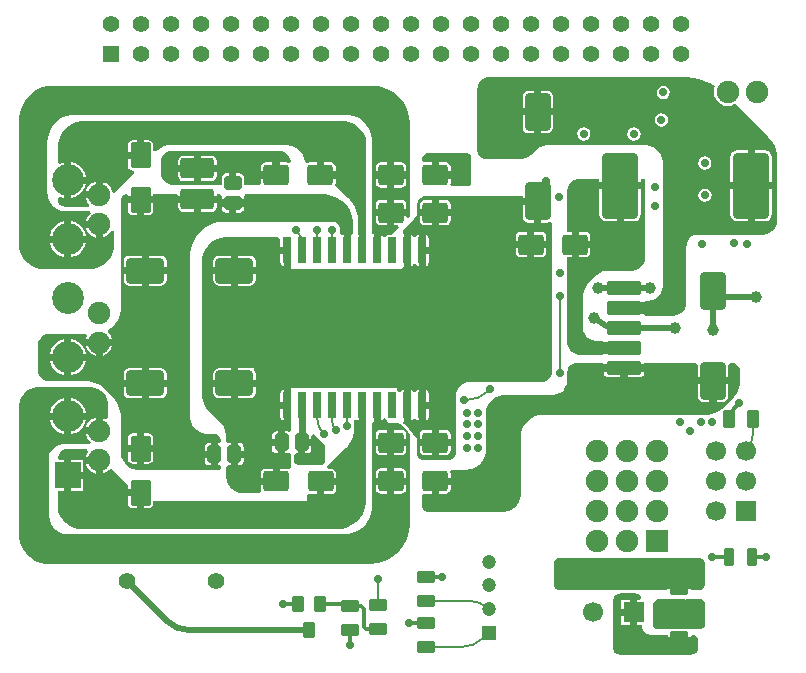
<source format=gtl>
G04 Layer_Physical_Order=1*
G04 Layer_Color=16776960*
%FSLAX43Y43*%
%MOMM*%
G71*
G01*
G75*
%ADD10C,0.200*%
%ADD11C,0.500*%
%ADD12C,1.000*%
%ADD13C,0.300*%
G04:AMPARAMS|DCode=14|XSize=1mm|YSize=1.4mm|CornerRadius=0.125mm|HoleSize=0mm|Usage=FLASHONLY|Rotation=0.000|XOffset=0mm|YOffset=0mm|HoleType=Round|Shape=RoundedRectangle|*
%AMROUNDEDRECTD14*
21,1,1.000,1.150,0,0,0.0*
21,1,0.750,1.400,0,0,0.0*
1,1,0.250,0.375,-0.575*
1,1,0.250,-0.375,-0.575*
1,1,0.250,-0.375,0.575*
1,1,0.250,0.375,0.575*
%
%ADD14ROUNDEDRECTD14*%
G04:AMPARAMS|DCode=15|XSize=1.5mm|YSize=1.5mm|CornerRadius=0.188mm|HoleSize=0mm|Usage=FLASHONLY|Rotation=180.000|XOffset=0mm|YOffset=0mm|HoleType=Round|Shape=RoundedRectangle|*
%AMROUNDEDRECTD15*
21,1,1.500,1.125,0,0,180.0*
21,1,1.125,1.500,0,0,180.0*
1,1,0.375,-0.563,0.563*
1,1,0.375,0.563,0.563*
1,1,0.375,0.563,-0.563*
1,1,0.375,-0.563,-0.563*
%
%ADD15ROUNDEDRECTD15*%
G04:AMPARAMS|DCode=16|XSize=1.53mm|YSize=1.02mm|CornerRadius=0.128mm|HoleSize=0mm|Usage=FLASHONLY|Rotation=270.000|XOffset=0mm|YOffset=0mm|HoleType=Round|Shape=RoundedRectangle|*
%AMROUNDEDRECTD16*
21,1,1.530,0.765,0,0,270.0*
21,1,1.275,1.020,0,0,270.0*
1,1,0.255,-0.383,-0.637*
1,1,0.255,-0.383,0.637*
1,1,0.255,0.383,0.637*
1,1,0.255,0.383,-0.637*
%
%ADD16ROUNDEDRECTD16*%
G04:AMPARAMS|DCode=17|XSize=1.53mm|YSize=1.02mm|CornerRadius=0.128mm|HoleSize=0mm|Usage=FLASHONLY|Rotation=180.000|XOffset=0mm|YOffset=0mm|HoleType=Round|Shape=RoundedRectangle|*
%AMROUNDEDRECTD17*
21,1,1.530,0.765,0,0,180.0*
21,1,1.275,1.020,0,0,180.0*
1,1,0.255,-0.637,0.383*
1,1,0.255,0.637,0.383*
1,1,0.255,0.637,-0.383*
1,1,0.255,-0.637,-0.383*
%
%ADD17ROUNDEDRECTD17*%
G04:AMPARAMS|DCode=18|XSize=1.76mm|YSize=2.82mm|CornerRadius=0.22mm|HoleSize=0mm|Usage=FLASHONLY|Rotation=270.000|XOffset=0mm|YOffset=0mm|HoleType=Round|Shape=RoundedRectangle|*
%AMROUNDEDRECTD18*
21,1,1.760,2.380,0,0,270.0*
21,1,1.320,2.820,0,0,270.0*
1,1,0.440,-1.190,-0.660*
1,1,0.440,-1.190,0.660*
1,1,0.440,1.190,0.660*
1,1,0.440,1.190,-0.660*
%
%ADD18ROUNDEDRECTD18*%
G04:AMPARAMS|DCode=19|XSize=2.12mm|YSize=3.2mm|CornerRadius=0.265mm|HoleSize=0mm|Usage=FLASHONLY|Rotation=180.000|XOffset=0mm|YOffset=0mm|HoleType=Round|Shape=RoundedRectangle|*
%AMROUNDEDRECTD19*
21,1,2.120,2.670,0,0,180.0*
21,1,1.590,3.200,0,0,180.0*
1,1,0.530,-0.795,1.335*
1,1,0.530,0.795,1.335*
1,1,0.530,0.795,-1.335*
1,1,0.530,-0.795,-1.335*
%
%ADD19ROUNDEDRECTD19*%
G04:AMPARAMS|DCode=20|XSize=1.21mm|YSize=1.46mm|CornerRadius=0.151mm|HoleSize=0mm|Usage=FLASHONLY|Rotation=0.000|XOffset=0mm|YOffset=0mm|HoleType=Round|Shape=RoundedRectangle|*
%AMROUNDEDRECTD20*
21,1,1.210,1.157,0,0,0.0*
21,1,0.907,1.460,0,0,0.0*
1,1,0.302,0.454,-0.579*
1,1,0.302,-0.454,-0.579*
1,1,0.302,-0.454,0.579*
1,1,0.302,0.454,0.579*
%
%ADD20ROUNDEDRECTD20*%
G04:AMPARAMS|DCode=21|XSize=1.74mm|YSize=2.17mm|CornerRadius=0.218mm|HoleSize=0mm|Usage=FLASHONLY|Rotation=270.000|XOffset=0mm|YOffset=0mm|HoleType=Round|Shape=RoundedRectangle|*
%AMROUNDEDRECTD21*
21,1,1.740,1.735,0,0,270.0*
21,1,1.305,2.170,0,0,270.0*
1,1,0.435,-0.868,-0.652*
1,1,0.435,-0.868,0.652*
1,1,0.435,0.868,0.652*
1,1,0.435,0.868,-0.652*
%
%ADD21ROUNDEDRECTD21*%
G04:AMPARAMS|DCode=22|XSize=2.12mm|YSize=3.2mm|CornerRadius=0.265mm|HoleSize=0mm|Usage=FLASHONLY|Rotation=90.000|XOffset=0mm|YOffset=0mm|HoleType=Round|Shape=RoundedRectangle|*
%AMROUNDEDRECTD22*
21,1,2.120,2.670,0,0,90.0*
21,1,1.590,3.200,0,0,90.0*
1,1,0.530,1.335,0.795*
1,1,0.530,1.335,-0.795*
1,1,0.530,-1.335,-0.795*
1,1,0.530,-1.335,0.795*
%
%ADD22ROUNDEDRECTD22*%
G04:AMPARAMS|DCode=23|XSize=1.21mm|YSize=1.46mm|CornerRadius=0.151mm|HoleSize=0mm|Usage=FLASHONLY|Rotation=270.000|XOffset=0mm|YOffset=0mm|HoleType=Round|Shape=RoundedRectangle|*
%AMROUNDEDRECTD23*
21,1,1.210,1.157,0,0,270.0*
21,1,0.907,1.460,0,0,270.0*
1,1,0.302,-0.579,-0.454*
1,1,0.302,-0.579,0.454*
1,1,0.302,0.579,0.454*
1,1,0.302,0.579,-0.454*
%
%ADD23ROUNDEDRECTD23*%
G04:AMPARAMS|DCode=24|XSize=0.91mm|YSize=1.46mm|CornerRadius=0.114mm|HoleSize=0mm|Usage=FLASHONLY|Rotation=180.000|XOffset=0mm|YOffset=0mm|HoleType=Round|Shape=RoundedRectangle|*
%AMROUNDEDRECTD24*
21,1,0.910,1.232,0,0,180.0*
21,1,0.683,1.460,0,0,180.0*
1,1,0.228,-0.341,0.616*
1,1,0.228,0.341,0.616*
1,1,0.228,0.341,-0.616*
1,1,0.228,-0.341,-0.616*
%
%ADD24ROUNDEDRECTD24*%
G04:AMPARAMS|DCode=25|XSize=1.19mm|YSize=2.96mm|CornerRadius=0.149mm|HoleSize=0mm|Usage=FLASHONLY|Rotation=90.000|XOffset=0mm|YOffset=0mm|HoleType=Round|Shape=RoundedRectangle|*
%AMROUNDEDRECTD25*
21,1,1.190,2.663,0,0,90.0*
21,1,0.892,2.960,0,0,90.0*
1,1,0.297,1.331,0.446*
1,1,0.297,1.331,-0.446*
1,1,0.297,-1.331,-0.446*
1,1,0.297,-1.331,0.446*
%
%ADD25ROUNDEDRECTD25*%
G04:AMPARAMS|DCode=26|XSize=7.28mm|YSize=6.84mm|CornerRadius=0.855mm|HoleSize=0mm|Usage=FLASHONLY|Rotation=270.000|XOffset=0mm|YOffset=0mm|HoleType=Round|Shape=RoundedRectangle|*
%AMROUNDEDRECTD26*
21,1,7.280,5.130,0,0,270.0*
21,1,5.570,6.840,0,0,270.0*
1,1,1.710,-2.565,-2.785*
1,1,1.710,-2.565,2.785*
1,1,1.710,2.565,2.785*
1,1,1.710,2.565,-2.785*
%
%ADD26ROUNDEDRECTD26*%
G04:AMPARAMS|DCode=27|XSize=0.71mm|YSize=2.19mm|CornerRadius=0.089mm|HoleSize=0mm|Usage=FLASHONLY|Rotation=0.000|XOffset=0mm|YOffset=0mm|HoleType=Round|Shape=RoundedRectangle|*
%AMROUNDEDRECTD27*
21,1,0.710,2.013,0,0,0.0*
21,1,0.532,2.190,0,0,0.0*
1,1,0.177,0.266,-1.006*
1,1,0.177,-0.266,-1.006*
1,1,0.177,-0.266,1.006*
1,1,0.177,0.266,1.006*
%
%ADD27ROUNDEDRECTD27*%
%ADD28R,16.650X6.350*%
G04:AMPARAMS|DCode=29|XSize=1.74mm|YSize=2.17mm|CornerRadius=0.218mm|HoleSize=0mm|Usage=FLASHONLY|Rotation=0.000|XOffset=0mm|YOffset=0mm|HoleType=Round|Shape=RoundedRectangle|*
%AMROUNDEDRECTD29*
21,1,1.740,1.735,0,0,0.0*
21,1,1.305,2.170,0,0,0.0*
1,1,0.435,0.652,-0.868*
1,1,0.435,-0.652,-0.868*
1,1,0.435,-0.652,0.868*
1,1,0.435,0.652,0.868*
%
%ADD29ROUNDEDRECTD29*%
G04:AMPARAMS|DCode=30|XSize=3.1mm|YSize=5.6mm|CornerRadius=0.388mm|HoleSize=0mm|Usage=FLASHONLY|Rotation=0.000|XOffset=0mm|YOffset=0mm|HoleType=Round|Shape=RoundedRectangle|*
%AMROUNDEDRECTD30*
21,1,3.100,4.825,0,0,0.0*
21,1,2.325,5.600,0,0,0.0*
1,1,0.775,1.163,-2.413*
1,1,0.775,-1.163,-2.413*
1,1,0.775,-1.163,2.413*
1,1,0.775,1.163,2.413*
%
%ADD30ROUNDEDRECTD30*%
%ADD31C,1.500*%
%ADD32C,0.600*%
%ADD33C,2.000*%
%ADD34C,1.900*%
%ADD35C,1.700*%
%ADD36R,1.700X1.700*%
%ADD37R,1.700X1.700*%
%ADD38C,1.400*%
%ADD39R,1.400X1.400*%
%ADD40R,1.900X1.900*%
%ADD41C,2.700*%
%ADD42R,2.200X2.200*%
%ADD43C,1.200*%
%ADD44R,1.200X1.200*%
%ADD45C,0.700*%
%ADD46C,1.000*%
G36*
X30981Y48444D02*
X31394Y48334D01*
X31788Y48171D01*
X32157Y47957D01*
X32496Y47697D01*
X32798Y47396D01*
X33057Y47057D01*
X33271Y46688D01*
X33434Y46294D01*
X33544Y45881D01*
X33600Y45458D01*
X33600Y45245D01*
X33600Y45245D01*
X33600Y45245D01*
Y37428D01*
X33458Y37286D01*
X33273Y37363D01*
Y37440D01*
X32280D01*
Y36662D01*
X32573D01*
X32649Y36477D01*
X32022Y35851D01*
X31809D01*
X31696Y35828D01*
X31601Y35764D01*
X31545Y35681D01*
X31449Y35669D01*
X31431D01*
X31335Y35681D01*
X31279Y35764D01*
X31184Y35828D01*
X31105Y35844D01*
Y34550D01*
X30505D01*
Y35918D01*
X30434Y35969D01*
X30400Y36027D01*
X30400Y43800D01*
X30389Y44016D01*
X30305Y44439D01*
X30140Y44837D01*
X29901Y45196D01*
X29596Y45501D01*
X29237Y45740D01*
X28839Y45905D01*
X28416Y45989D01*
X28200Y46000D01*
X28200Y46000D01*
X28200Y46000D01*
X5122Y46000D01*
X4904Y45989D01*
X4477Y45904D01*
X4074Y45738D01*
X3712Y45496D01*
X3404Y45188D01*
X3162Y44826D01*
X2996Y44423D01*
X2911Y43996D01*
X2900Y43778D01*
X2900Y43778D01*
X2900Y43778D01*
X2900Y39423D01*
X2908Y39270D01*
X2967Y38970D01*
X3084Y38687D01*
X3254Y38433D01*
X3470Y38217D01*
X3725Y38047D01*
X4007Y37930D01*
X4307Y37870D01*
X4460Y37862D01*
X6504Y37862D01*
X6572Y37662D01*
X6452Y37570D01*
X6268Y37330D01*
X6152Y37050D01*
X6152Y37050D01*
X7272D01*
Y36750D01*
X7572D01*
Y35630D01*
X7572Y35630D01*
X7852Y35745D01*
X8092Y35930D01*
X8277Y36170D01*
X8300Y36226D01*
X8500Y36186D01*
X8500Y34967D01*
X8500Y34774D01*
X8424Y34393D01*
X8276Y34035D01*
X8061Y33713D01*
X7787Y33439D01*
X7465Y33224D01*
X7107Y33076D01*
X6726Y33000D01*
X6533Y33000D01*
Y33000D01*
X6533Y33000D01*
X2516Y33000D01*
X2318Y33000D01*
X1930Y33077D01*
X1564Y33229D01*
X1235Y33449D01*
X954Y33729D01*
X734Y34058D01*
X583Y34424D01*
X506Y34813D01*
X506Y35011D01*
X506Y45592D01*
Y45782D01*
X555Y46160D01*
X654Y46529D01*
X800Y46881D01*
X990Y47211D01*
X1223Y47513D01*
X1492Y47783D01*
X1795Y48015D01*
X2125Y48206D01*
X2477Y48352D01*
X2845Y48450D01*
X3223Y48500D01*
X3414Y48500D01*
X3414Y48500D01*
X30345Y48500D01*
X30558Y48500D01*
X30981Y48444D01*
D02*
G37*
G36*
X13479Y43000D02*
X22500Y43000D01*
X22500Y43000D01*
X22500Y43000D01*
X22500D01*
X22684Y42983D01*
X22788Y42962D01*
X22967Y42888D01*
X23128Y42780D01*
X23265Y42643D01*
X23373Y42482D01*
X23447Y42303D01*
X23485Y42112D01*
Y42087D01*
X23340Y41990D01*
X23285Y41980D01*
X23275Y41986D01*
X23112Y42018D01*
X22545D01*
Y40940D01*
X22245D01*
Y40640D01*
X20952D01*
Y40288D01*
X20953Y40280D01*
X20827Y40125D01*
X19537D01*
Y40710D01*
X19510Y40847D01*
X19432Y40963D01*
X19316Y41041D01*
X19179Y41068D01*
X18900D01*
Y40256D01*
X18300D01*
Y41068D01*
X18021D01*
X17884Y41041D01*
X17768Y40963D01*
X17690Y40847D01*
X17663Y40710D01*
Y40125D01*
X13518Y40125D01*
X13418D01*
X13222Y40164D01*
X13038Y40240D01*
X12872Y40351D01*
X12731Y40492D01*
X12620Y40658D01*
X12544Y40842D01*
X12505Y41038D01*
X12505Y41138D01*
X12505Y42026D01*
X12505Y42026D01*
X12524Y42218D01*
X12542Y42310D01*
X12616Y42487D01*
X12722Y42647D01*
X12858Y42783D01*
X13018Y42889D01*
X13195Y42963D01*
X13383Y43000D01*
X13479Y43000D01*
D02*
G37*
G36*
X53500Y34036D02*
X53500Y33919D01*
X53454Y33690D01*
X53365Y33474D01*
X53235Y33280D01*
X53070Y33115D01*
X52876Y32985D01*
X52660Y32895D01*
X52431Y32850D01*
X52314Y32850D01*
X50431D01*
X50270Y32842D01*
X49953Y32779D01*
X49655Y32656D01*
X49418Y32497D01*
X49406Y32489D01*
X49406Y32489D01*
X49387Y32476D01*
X49268Y32368D01*
X49267Y32368D01*
X49267Y32368D01*
X49128Y32229D01*
X48801Y31902D01*
X48673Y31761D01*
X48462Y31445D01*
X48317Y31094D01*
X48244Y30726D01*
X48242Y30721D01*
X48233Y30531D01*
X48233D01*
X48233Y30531D01*
X48233Y28067D01*
X48239Y27953D01*
X48283Y27728D01*
X48371Y27517D01*
X48498Y27327D01*
X48660Y27165D01*
X48850Y27038D01*
X49061Y26950D01*
X49286Y26906D01*
X49400Y26900D01*
X49855Y26900D01*
X49977Y26792D01*
X50028Y26700D01*
Y26600D01*
X51715D01*
Y26000D01*
X50028D01*
Y25854D01*
X49855Y25700D01*
X48000Y25700D01*
X47892Y25700D01*
X47679Y25742D01*
X47479Y25825D01*
X47299Y25946D01*
X47146Y26099D01*
X47025Y26279D01*
X46942Y26479D01*
X46900Y26692D01*
X46900Y26800D01*
X46900Y33961D01*
X47280D01*
Y35039D01*
Y36117D01*
X46900D01*
X46900Y39524D01*
X46900Y39634D01*
X46943Y39849D01*
X47027Y40053D01*
X47149Y40235D01*
X47305Y40391D01*
X47488Y40513D01*
X47691Y40597D01*
X47907Y40640D01*
X48017Y40640D01*
X48017Y40640D01*
X49618Y40640D01*
Y40325D01*
X53142D01*
Y40640D01*
X53500D01*
X53500Y34036D01*
D02*
G37*
G36*
X38603Y42731D02*
X38731Y42604D01*
X38800Y42437D01*
Y42347D01*
X38800D01*
X38800Y40424D01*
X38800Y40333D01*
X38730Y40164D01*
X38601Y40035D01*
X38524Y40003D01*
X38341Y39965D01*
X38341Y39965D01*
Y39965D01*
X37135Y39965D01*
X37084Y40026D01*
X37009Y40165D01*
X37033Y40288D01*
Y40640D01*
X35740D01*
Y40940D01*
X35440D01*
Y42018D01*
X34872D01*
X34805Y42005D01*
X34605Y42138D01*
Y42391D01*
X34683Y42579D01*
X34826Y42722D01*
X35014Y42800D01*
X35116D01*
X35116Y42800D01*
X38347Y42800D01*
X38437Y42800D01*
X38603Y42731D01*
D02*
G37*
G36*
X26200Y39300D02*
X26200Y39300D01*
X26456Y39300D01*
X26958Y39200D01*
X27431Y39004D01*
X27857Y38720D01*
X28219Y38357D01*
X28504Y37932D01*
X28700Y37458D01*
X28800Y36956D01*
X28800Y35964D01*
X28744Y35916D01*
X28600Y35837D01*
X28565Y35844D01*
Y34550D01*
X27965D01*
Y35844D01*
X27900Y35831D01*
X27880Y35832D01*
X27700Y35944D01*
Y36298D01*
X27700Y36298D01*
X27700Y36298D01*
X27700Y36299D01*
X27697Y36367D01*
X27670Y36502D01*
X27617Y36629D01*
X27541Y36743D01*
X27443Y36841D01*
X27329Y36917D01*
X27202Y36970D01*
X27067Y36997D01*
X26998Y37000D01*
X17931Y37000D01*
X17931Y37000D01*
X17739Y36994D01*
X17359Y36944D01*
X16988Y36844D01*
X16634Y36697D01*
X16301Y36506D01*
X15997Y36272D01*
X15726Y36001D01*
X15492Y35696D01*
X15300Y35364D01*
X15153Y35009D01*
X15054Y34639D01*
X15004Y34258D01*
X14998Y34066D01*
Y20502D01*
X15005Y20357D01*
X15061Y20071D01*
X15173Y19803D01*
X15335Y19560D01*
X15540Y19355D01*
X15782Y19193D01*
X16051Y19082D01*
X16337Y19025D01*
X16482Y19018D01*
X17017Y19018D01*
X17018Y19017D01*
X17018Y19017D01*
X17019D01*
X17201Y18991D01*
X17361Y18925D01*
X17532Y18755D01*
X17624Y18532D01*
X17624Y18411D01*
X17524Y18296D01*
X17424Y18237D01*
X17319D01*
Y17300D01*
Y16363D01*
X17473D01*
X17624Y16189D01*
Y16141D01*
X17482Y16000D01*
X14600Y16000D01*
X10600Y16000D01*
X10452D01*
X10162Y16058D01*
X9889Y16171D01*
X9644Y16335D01*
X9435Y16544D01*
X9271Y16790D01*
X9158Y17062D01*
X9100Y17352D01*
X9100Y17500D01*
Y20484D01*
X9100Y20484D01*
X9100Y20484D01*
X9088Y20725D01*
X8994Y21196D01*
X8810Y21640D01*
X8543Y22040D01*
X8382Y22218D01*
X7885Y22715D01*
X7885Y22715D01*
X7885Y22715D01*
X7879Y22721D01*
X7789Y22806D01*
X7743Y22844D01*
X7586Y22973D01*
X7368Y23119D01*
X7136Y23243D01*
X6893Y23343D01*
X6641Y23420D01*
X6383Y23471D01*
X6122Y23497D01*
X5990Y23500D01*
X3100Y23500D01*
X3001Y23500D01*
X2808Y23538D01*
X2626Y23614D01*
X2462Y23723D01*
X2323Y23863D01*
X2214Y24026D01*
X2138Y24208D01*
X2100Y24402D01*
X2100Y24500D01*
Y26500D01*
X2100Y26599D01*
X2138Y26792D01*
X2214Y26974D01*
X2323Y27138D01*
X2462Y27277D01*
X2626Y27386D01*
X2808Y27462D01*
X3001Y27500D01*
X3100Y27500D01*
X6176Y27500D01*
X6255Y27300D01*
X6152Y27050D01*
X6152Y27050D01*
X8393D01*
X8393Y27050D01*
X8277Y27330D01*
X8092Y27570D01*
X8044Y27607D01*
X8052Y27853D01*
X8283Y28007D01*
X8593Y28317D01*
X8836Y28681D01*
X9004Y29086D01*
X9089Y29515D01*
X9100Y29735D01*
X9100Y38775D01*
X9100Y38775D01*
X9134Y38961D01*
X9180Y39072D01*
X9328Y39220D01*
X9521Y39300D01*
X9625Y39300D01*
X9707Y39218D01*
Y39130D01*
X10785D01*
X11863D01*
Y39300D01*
X13840Y39300D01*
X13939Y39201D01*
X15600D01*
X17218D01*
Y39300D01*
X17545Y39300D01*
X17588Y39258D01*
X17679Y39100D01*
X17663Y39020D01*
Y38866D01*
X18600D01*
X19537D01*
Y39020D01*
X19521Y39100D01*
X19612Y39258D01*
X19655Y39300D01*
X26200Y39300D01*
X26200Y39300D01*
D02*
G37*
G36*
X40200Y49200D02*
X56851Y49200D01*
X56851Y49200D01*
X56851Y49200D01*
X57094Y49200D01*
X57578Y49152D01*
X58055Y49058D01*
X58520Y48917D01*
X58969Y48731D01*
X59397Y48502D01*
X59457Y48461D01*
X59360Y48225D01*
X59320Y47925D01*
X59360Y47625D01*
X59475Y47345D01*
X59660Y47105D01*
X59900Y46920D01*
X60180Y46805D01*
X60480Y46765D01*
X60780Y46805D01*
X61060Y46920D01*
X61128Y46972D01*
X63805Y44295D01*
X63805Y44295D01*
X63805Y44295D01*
X63807Y44293D01*
X63936Y44160D01*
X64125Y43930D01*
X64306Y43660D01*
X64458Y43374D01*
X64582Y43075D01*
X64677Y42764D01*
X64694Y42676D01*
Y36803D01*
X64610Y36600D01*
X64455Y36368D01*
X64258Y36171D01*
X64026Y36015D01*
X63768Y35909D01*
X63494Y35854D01*
X63354Y35854D01*
X57915Y35854D01*
X57915Y35854D01*
X57826Y35850D01*
X57650Y35815D01*
X57484Y35746D01*
X57335Y35646D01*
X57208Y35519D01*
X57108Y35370D01*
X57039Y35204D01*
X57004Y35028D01*
X57000Y34939D01*
X57000Y30200D01*
X57000D01*
X57000Y30082D01*
X56954Y29850D01*
X56863Y29632D01*
X56732Y29435D01*
X56565Y29268D01*
X56368Y29137D01*
X56150Y29046D01*
X55918Y29000D01*
X53537D01*
X53503Y29025D01*
X53391Y29200D01*
X53402Y29254D01*
Y29400D01*
X51715D01*
Y30000D01*
X53402D01*
Y30146D01*
X53575Y30300D01*
X53731Y30300D01*
X53731Y30300D01*
X53731Y30300D01*
X53855Y30306D01*
X53923Y30319D01*
X54099Y30355D01*
X54329Y30450D01*
X54536Y30588D01*
X54712Y30764D01*
X54850Y30971D01*
X54945Y31201D01*
X54994Y31445D01*
X55000Y31569D01*
X55000Y41900D01*
X55000D01*
X54992Y42053D01*
X54933Y42352D01*
X54816Y42634D01*
X54646Y42888D01*
X54431Y43104D01*
X54177Y43274D01*
X53895Y43390D01*
X53595Y43450D01*
X53443Y43457D01*
X45309Y43457D01*
X45309Y43457D01*
X45162Y43450D01*
X44873Y43393D01*
X44601Y43280D01*
X44356Y43116D01*
X44246Y43017D01*
X43926Y42696D01*
X43925Y42696D01*
X43831Y42602D01*
X43610Y42454D01*
X43363Y42352D01*
X43102Y42300D01*
X42969Y42300D01*
X40075Y42300D01*
X39999Y42300D01*
X39849Y42330D01*
X39708Y42388D01*
X39581Y42473D01*
X39473Y42581D01*
X39388Y42708D01*
X39330Y42849D01*
X39300Y42999D01*
Y43075D01*
X39300Y43300D01*
X39300Y48300D01*
X39300Y48300D01*
X39311Y48406D01*
X39320Y48492D01*
X39335Y48562D01*
X39402Y48726D01*
X39501Y48874D01*
X39626Y48999D01*
X39774Y49098D01*
X39937Y49165D01*
X40111Y49200D01*
X40200Y49200D01*
D02*
G37*
G36*
X28448Y45421D02*
X28823Y45266D01*
X29159Y45041D01*
X29446Y44754D01*
X29671Y44418D01*
X29826Y44043D01*
X29905Y43646D01*
X29905Y43444D01*
X29905Y43444D01*
X29905Y43444D01*
X29905Y36034D01*
X29874Y35979D01*
X29835Y35943D01*
Y34550D01*
X29235D01*
Y35878D01*
X29180Y35924D01*
X29180Y37052D01*
X29176Y37185D01*
X29150Y37450D01*
X29098Y37712D01*
X29021Y37967D01*
X28919Y38214D01*
X28793Y38449D01*
X28645Y38671D01*
X28513Y38832D01*
X28475Y38877D01*
X28386Y38971D01*
X28383Y38974D01*
X28383Y38974D01*
X28383Y38974D01*
X27252Y40105D01*
X27266Y40125D01*
X27298Y40288D01*
Y40640D01*
X26005D01*
Y40940D01*
X25705D01*
Y42018D01*
X25137D01*
X24975Y41986D01*
X24923Y41951D01*
X24718Y42048D01*
X24718Y42050D01*
X24658Y42347D01*
X24543Y42627D01*
X24374Y42879D01*
X24160Y43093D01*
X23908Y43261D01*
X23628Y43377D01*
X23365Y43429D01*
X23331Y43436D01*
X23182Y43444D01*
X23180Y43444D01*
X23180Y43444D01*
X23180Y43444D01*
X13299Y43444D01*
X13132Y43435D01*
X12804Y43370D01*
X12495Y43242D01*
X12240Y43072D01*
X12217Y43056D01*
X12170Y43014D01*
X12093Y42944D01*
X11902Y42959D01*
X11863Y42976D01*
Y43457D01*
X11831Y43620D01*
X11738Y43758D01*
X11600Y43851D01*
X11438Y43883D01*
X11085D01*
Y42590D01*
X10785D01*
Y42290D01*
X9707D01*
Y41722D01*
X9739Y41560D01*
X9832Y41421D01*
X9970Y41329D01*
X10132Y41297D01*
X10184D01*
X10261Y41112D01*
X8588Y39439D01*
X8399Y39504D01*
X8393Y39550D01*
X8277Y39830D01*
X8092Y40070D01*
X7852Y40254D01*
X7572Y40370D01*
X7572Y40370D01*
Y39250D01*
X7272D01*
Y38950D01*
X6152D01*
X6152Y38950D01*
X6268Y38670D01*
X6436Y38450D01*
X6399Y38273D01*
X6391Y38250D01*
X4435Y38250D01*
X4367Y38250D01*
X4235Y38276D01*
X4110Y38328D01*
X3998Y38403D01*
X3903Y38498D01*
X3828Y38610D01*
X3776Y38735D01*
X3750Y38867D01*
X3750Y38935D01*
Y39002D01*
X3922Y39105D01*
X4004Y39061D01*
X4296Y38972D01*
X4300Y38972D01*
Y40500D01*
Y42028D01*
X4296Y42028D01*
X4004Y41939D01*
X3922Y41895D01*
X3750Y41998D01*
X3750Y43472D01*
X3836Y43906D01*
X4006Y44316D01*
X4252Y44684D01*
X4566Y44998D01*
X4934Y45244D01*
X5344Y45413D01*
X5778Y45500D01*
X6000D01*
X6000Y45500D01*
X27849Y45500D01*
X28051Y45500D01*
X28448Y45421D01*
D02*
G37*
G36*
X35038Y39201D02*
X43156Y39201D01*
Y39020D01*
X44425D01*
Y38720D01*
X44725D01*
Y36911D01*
X45220D01*
X45401Y36947D01*
X45418Y36958D01*
X45618Y36851D01*
X45618Y24409D01*
X45618Y24409D01*
X45618Y24309D01*
X45579Y24115D01*
X45503Y23931D01*
X45392Y23766D01*
X45252Y23625D01*
X45087Y23515D01*
X44903Y23439D01*
X44708Y23400D01*
X38561D01*
X38561Y23400D01*
X38458Y23395D01*
X38257Y23355D01*
X38067Y23276D01*
X37896Y23162D01*
X37750Y23016D01*
X37636Y22845D01*
X37557Y22655D01*
X37517Y22454D01*
X37512Y22351D01*
X37512Y17516D01*
X37512Y17516D01*
Y17446D01*
X37485Y17307D01*
X37431Y17177D01*
X37352Y17060D01*
X37252Y16960D01*
X37135Y16882D01*
X37005Y16828D01*
X36866Y16800D01*
X34815Y16800D01*
X34693Y16800D01*
X34467Y16894D01*
X34294Y17067D01*
X34200Y17293D01*
X34200Y18089D01*
X34200Y18285D01*
X34200Y18285D01*
X34195Y18390D01*
X34179Y18468D01*
X34179Y18468D01*
X34178Y18476D01*
X34176Y18484D01*
X34154Y18596D01*
X34074Y18790D01*
X33957Y18964D01*
X33886Y19042D01*
X33532Y19397D01*
X33495Y19452D01*
X33480Y19466D01*
X33469Y19483D01*
X33384Y19569D01*
X33384Y19569D01*
X33117Y19836D01*
X33116Y19836D01*
X33059Y19894D01*
X33042Y19905D01*
X33028Y19919D01*
X32972Y19956D01*
X32959Y19969D01*
X33045Y20129D01*
Y21450D01*
Y22744D01*
X32966Y22728D01*
X32871Y22664D01*
X32815Y22581D01*
X32719Y22569D01*
X32701D01*
X32605Y22581D01*
X32549Y22664D01*
X32500Y22697D01*
Y22900D01*
X23531Y22900D01*
Y22900D01*
X23485Y22866D01*
Y21450D01*
Y20122D01*
X23531Y20084D01*
Y19310D01*
X23331Y19203D01*
X23321Y19210D01*
X23184Y19237D01*
X23030D01*
Y18300D01*
Y17363D01*
X23184D01*
X23321Y17390D01*
X23331Y17397D01*
X23531Y17290D01*
Y16132D01*
X23331Y16025D01*
X23300Y16046D01*
X23138Y16078D01*
X22570D01*
Y15000D01*
X22270D01*
Y14700D01*
X20977D01*
Y14348D01*
X21009Y14185D01*
X21013Y14179D01*
X20906Y13979D01*
X19514Y13979D01*
X19514Y13979D01*
X19366Y13979D01*
X19078Y14037D01*
X18806Y14149D01*
X18561Y14313D01*
X18353Y14521D01*
X18190Y14766D01*
X18077Y15037D01*
X18020Y15326D01*
X18020Y15473D01*
Y16234D01*
X18220Y16370D01*
X18255Y16363D01*
X18409D01*
Y17300D01*
Y18237D01*
X18255D01*
X18220Y18230D01*
X18020Y18366D01*
Y18812D01*
X18020Y18812D01*
X18020Y18812D01*
X18019Y18831D01*
X18012Y18972D01*
X18007Y18997D01*
X17949Y19287D01*
X17827Y19584D01*
X17648Y19851D01*
X17540Y19970D01*
X16673Y20837D01*
X16673Y20837D01*
X16513Y20997D01*
X16262Y21374D01*
X16088Y21792D01*
X16000Y22236D01*
Y22463D01*
X16000Y27000D01*
Y32500D01*
Y33600D01*
X16000Y33600D01*
X16000D01*
X16000Y33807D01*
X16081Y34213D01*
X16239Y34595D01*
X16469Y34939D01*
X16761Y35231D01*
X17105Y35461D01*
X17487Y35619D01*
X17893Y35700D01*
X18100Y35700D01*
X22449Y35700D01*
X22624Y35556D01*
Y34850D01*
X23185D01*
Y34550D01*
X23485D01*
Y33121D01*
X23531Y33082D01*
Y33000D01*
X32900Y33000D01*
Y33094D01*
X33045Y33220D01*
Y34550D01*
Y35912D01*
X33028Y35926D01*
X32967Y36032D01*
X33043Y36216D01*
X33180Y36421D01*
X33268Y36509D01*
X33846Y37087D01*
X33846Y37087D01*
X33846Y37087D01*
X33846Y37087D01*
X33926Y37175D01*
X33966Y37236D01*
X34057Y37372D01*
X34148Y37591D01*
X34194Y37823D01*
X34200Y37941D01*
X34200Y38163D01*
X34200Y38363D01*
X34222Y38555D01*
X34232Y38608D01*
X34295Y38760D01*
X34387Y38898D01*
X34504Y39014D01*
X34641Y39106D01*
X34793Y39169D01*
X34955Y39201D01*
X35038Y39201D01*
D02*
G37*
G36*
X60875Y25050D02*
X60875Y25050D01*
X60875D01*
X61058Y25025D01*
X61229Y24955D01*
X61405Y24779D01*
X61500Y24549D01*
X61500Y24425D01*
X61500Y23449D01*
X61500Y23449D01*
X61500Y23252D01*
X61423Y22865D01*
X61272Y22500D01*
X61053Y22172D01*
X60155Y21275D01*
X60155Y21275D01*
X59995Y21115D01*
X59617Y20862D01*
X59198Y20689D01*
X58753Y20600D01*
X58302D01*
X58267Y20607D01*
X58232Y20600D01*
X56516D01*
X56447Y20614D01*
X56377Y20600D01*
X44716Y20600D01*
X44716Y20600D01*
X44548Y20592D01*
X44218Y20526D01*
X43907Y20397D01*
X43628Y20210D01*
X43390Y19972D01*
X43203Y19693D01*
X43074Y19382D01*
X43008Y19052D01*
X43000Y18884D01*
X43000Y16000D01*
X43000Y14000D01*
X43000Y14000D01*
X43000Y13842D01*
X42938Y13533D01*
X42818Y13242D01*
X42643Y12980D01*
X42420Y12757D01*
X42158Y12582D01*
X41867Y12461D01*
X41558Y12400D01*
X41400Y12400D01*
X35115Y12400D01*
X35115Y12400D01*
X35012D01*
X34823Y12478D01*
X34678Y12623D01*
X34600Y12813D01*
X34600Y12915D01*
Y13827D01*
X34800Y13960D01*
X34868Y13947D01*
X35435D01*
Y15025D01*
X35735D01*
Y15325D01*
X37028D01*
Y15677D01*
X37004Y15800D01*
X37079Y15939D01*
X37130Y16000D01*
X38211Y16000D01*
X38400Y16000D01*
X38400Y16000D01*
X38400Y16000D01*
X38557Y16008D01*
X38594Y16015D01*
X38864Y16069D01*
X39154Y16189D01*
X39415Y16363D01*
X39637Y16585D01*
X39811Y16846D01*
X39931Y17136D01*
X39992Y17443D01*
X40000Y17600D01*
X40000Y20700D01*
X40000Y20700D01*
X40008Y20897D01*
X40061Y21167D01*
X40182Y21458D01*
X40357Y21720D01*
X40580Y21943D01*
X40842Y22118D01*
X41133Y22239D01*
X41442Y22300D01*
X41600Y22300D01*
X43000Y22300D01*
X45600Y22300D01*
X45727Y22306D01*
X45792Y22319D01*
X45977Y22356D01*
X46213Y22453D01*
X46425Y22595D01*
X46605Y22775D01*
X46746Y22987D01*
X46844Y23223D01*
X46894Y23473D01*
X46900Y23600D01*
X46900Y24185D01*
X46900Y24185D01*
X46900Y24185D01*
X46920Y24372D01*
X46933Y24437D01*
X46998Y24595D01*
X47093Y24736D01*
X47214Y24857D01*
X47355Y24952D01*
X47513Y25017D01*
X47680Y25050D01*
X47765Y25050D01*
X49830Y25050D01*
X49979Y24900D01*
X51715D01*
X53402D01*
Y25046D01*
X53405Y25050D01*
X57816Y25050D01*
X57981Y24855D01*
X57981Y24850D01*
Y23820D01*
X59250D01*
X60519D01*
Y24855D01*
X60684Y25050D01*
X60875D01*
X60875Y25050D01*
D02*
G37*
G36*
X29835Y20122D02*
X29905Y20064D01*
X29905Y15750D01*
X29905Y13405D01*
X29905Y13405D01*
Y13168D01*
X29813Y12703D01*
X29631Y12266D01*
X29368Y11872D01*
X29033Y11537D01*
X28639Y11274D01*
X28201Y11092D01*
X27737Y11000D01*
X27500D01*
X5696Y11000D01*
X5504Y11000D01*
X5128Y11075D01*
X4774Y11221D01*
X4455Y11434D01*
X4184Y11705D01*
X3971Y12024D01*
X3825Y12378D01*
X3750Y12754D01*
X3750Y12946D01*
X3750Y14200D01*
X4300D01*
Y15500D01*
Y16800D01*
X3932D01*
X3878Y16812D01*
X3766Y16997D01*
X3769Y17024D01*
X3785Y17106D01*
X3854Y17271D01*
X3953Y17420D01*
X4080Y17547D01*
X4229Y17646D01*
X4394Y17715D01*
X4570Y17750D01*
X4660Y17750D01*
X5827Y17750D01*
X5827Y17750D01*
X5827Y17750D01*
X6022Y17750D01*
X6283Y17698D01*
X6365Y17480D01*
X6364Y17475D01*
X6268Y17350D01*
X6152Y17070D01*
X6152Y17070D01*
X7272D01*
Y16770D01*
X7572D01*
Y15649D01*
X7572Y15649D01*
X7852Y15765D01*
X8092Y15950D01*
X8155Y16032D01*
X8355Y16045D01*
X9707Y14693D01*
Y14320D01*
X10785D01*
Y14020D01*
X11085D01*
Y12727D01*
X11438D01*
X11600Y12759D01*
X11738Y12851D01*
X11831Y12990D01*
X11863Y13153D01*
Y13300D01*
X24840Y13300D01*
Y13820D01*
X24901Y13871D01*
X25040Y13946D01*
X25162Y13922D01*
X25730D01*
Y15000D01*
X26030D01*
Y15300D01*
X27323D01*
Y15653D01*
X27291Y15815D01*
X27198Y15953D01*
X27060Y16046D01*
X26897Y16078D01*
X26669D01*
X26592Y16263D01*
X28188Y17859D01*
X28188Y17859D01*
X28188Y17859D01*
X28334Y18020D01*
X28574Y18380D01*
X28740Y18779D01*
X28824Y19204D01*
X28835Y19420D01*
X28835Y20199D01*
X28841Y20205D01*
X29061Y20236D01*
X29156Y20172D01*
X29235Y20156D01*
Y21450D01*
X29835D01*
Y20122D01*
D02*
G37*
G36*
X25526Y18924D02*
X25677Y18823D01*
X25889Y18611D01*
X25903Y18590D01*
X25924Y18576D01*
X26170Y18330D01*
Y18330D01*
X26291Y18176D01*
X26311Y18147D01*
X26370Y18004D01*
X26400Y17852D01*
X26400Y17774D01*
X26400Y16744D01*
X26400Y16744D01*
Y16675D01*
X26348Y16549D01*
X26251Y16452D01*
X26125Y16400D01*
X24144Y16400D01*
X24075Y16400D01*
X23949Y16452D01*
X23852Y16549D01*
X23800Y16675D01*
X23800Y16744D01*
Y17192D01*
X23966Y17363D01*
X24120D01*
Y18300D01*
X24420D01*
Y18600D01*
X25232D01*
Y18815D01*
X25299Y18910D01*
X25303Y18913D01*
X25418Y18969D01*
X25526Y18924D01*
D02*
G37*
G36*
X58050Y8500D02*
X58159D01*
X58362Y8416D01*
X58516Y8262D01*
X58569Y8133D01*
X58600Y7950D01*
Y7950D01*
X58600D01*
X58600Y7950D01*
Y6375D01*
X58600Y6261D01*
X58512Y6049D01*
X58351Y5888D01*
X58208Y5828D01*
X58025Y5800D01*
X58025Y5800D01*
Y5800D01*
X57358Y5800D01*
Y5846D01*
X56400D01*
X55347D01*
X55301Y5800D01*
X46200Y5800D01*
X46117D01*
X45964Y5863D01*
X45847Y5980D01*
X45784Y6133D01*
X45784Y8068D01*
X45784Y8154D01*
X45850Y8313D01*
X45971Y8434D01*
X46130Y8500D01*
X46216Y8500D01*
X46216Y8500D01*
X58050Y8500D01*
D02*
G37*
G36*
X2200Y23000D02*
X6508Y23000D01*
X6508Y23000D01*
X6508Y23000D01*
X6509D01*
X6695Y22992D01*
X6943Y22943D01*
X7215Y22830D01*
X7459Y22667D01*
X7667Y22459D01*
X7830Y22215D01*
X7943Y21943D01*
X8000Y21655D01*
X8000Y21508D01*
X8000Y20388D01*
X7800Y20296D01*
X7572Y20390D01*
X7572Y20390D01*
Y19270D01*
X7272D01*
Y18970D01*
X6152D01*
X6152Y18970D01*
X6268Y18690D01*
X6452Y18450D01*
X6598Y18337D01*
X6530Y18138D01*
X4276Y18138D01*
X4276Y18137D01*
X4151Y18131D01*
X3906Y18083D01*
X3675Y17987D01*
X3467Y17848D01*
X3290Y17671D01*
X3151Y17463D01*
X3055Y17232D01*
X3006Y16986D01*
X3000Y16861D01*
X3000Y12200D01*
X3000Y12200D01*
X3008Y12033D01*
X3073Y11707D01*
X3201Y11399D01*
X3386Y11122D01*
X3622Y10886D01*
X3899Y10701D01*
X4207Y10573D01*
X4533Y10508D01*
X4700Y10500D01*
X27996Y10500D01*
X28232Y10511D01*
X28694Y10603D01*
X29129Y10784D01*
X29521Y11046D01*
X29854Y11379D01*
X30116Y11771D01*
X30296Y12206D01*
X30388Y12668D01*
X30400Y12904D01*
X30400Y19973D01*
X30443Y20046D01*
X30505Y20113D01*
Y21450D01*
X31105D01*
Y20156D01*
X31184Y20172D01*
X31279Y20236D01*
X31335Y20319D01*
X31431Y20331D01*
X31449D01*
X31545Y20319D01*
X31601Y20236D01*
X31640Y20209D01*
X31734Y19935D01*
X32385Y19935D01*
X32385Y19935D01*
Y19935D01*
X32385D01*
X32575Y19914D01*
X32627Y19903D01*
X32778Y19841D01*
X32914Y19750D01*
X32972Y19692D01*
X33239Y19425D01*
X33239Y19425D01*
X33325Y19339D01*
X33460Y19137D01*
X33553Y18913D01*
X33600Y18675D01*
X33600Y18554D01*
X33600Y11500D01*
X33600Y11500D01*
Y11271D01*
X33540Y10816D01*
X33421Y10373D01*
X33246Y9949D01*
X33016Y9551D01*
X32737Y9187D01*
X32413Y8863D01*
X32049Y8584D01*
X31651Y8354D01*
X31227Y8179D01*
X30784Y8060D01*
X30329Y8000D01*
X30100D01*
X3000Y8000D01*
X3000Y8000D01*
X2754Y8000D01*
X2272Y8096D01*
X1818Y8284D01*
X1410Y8557D01*
X1062Y8904D01*
X789Y9313D01*
X601Y9767D01*
X506Y10249D01*
Y10494D01*
X506Y21306D01*
X506Y21306D01*
X512Y21503D01*
X571Y21800D01*
X698Y22108D01*
X884Y22386D01*
X1120Y22622D01*
X1397Y22807D01*
X1706Y22935D01*
X2033Y23000D01*
X2200Y23000D01*
D02*
G37*
G36*
X52670Y5530D02*
X52670Y5530D01*
X52670D01*
X52853Y5498D01*
X52970Y5450D01*
X53119Y5300D01*
X53183Y5146D01*
X53145Y5056D01*
X53022Y4946D01*
X52850D01*
Y3896D01*
Y2846D01*
X53200D01*
Y2801D01*
X53204Y2722D01*
X53234Y2568D01*
X53295Y2423D01*
X53382Y2293D01*
X53493Y2182D01*
X53623Y2095D01*
X53768Y2034D01*
X53922Y2004D01*
X54001Y2000D01*
X55442Y2000D01*
Y1846D01*
X56400D01*
X57358D01*
Y1872D01*
X57509Y1998D01*
X57682Y1967D01*
X57795Y1921D01*
X57940Y1775D01*
X58019Y1584D01*
X58019Y1480D01*
X58018Y1017D01*
X58018Y1017D01*
X58018Y949D01*
X57991Y815D01*
X57938Y689D01*
X57862Y576D01*
X57766Y479D01*
X57652Y404D01*
X57526Y352D01*
X57392Y325D01*
X57324D01*
X51400Y325D01*
X51400Y325D01*
X51336Y325D01*
X51210Y350D01*
X51092Y399D01*
X50986Y470D01*
X50895Y561D01*
X50824Y667D01*
X50775Y785D01*
X50750Y911D01*
X50750Y975D01*
X50750Y4825D01*
X50750Y4825D01*
X50774Y5015D01*
X50777Y5031D01*
X50830Y5159D01*
X50907Y5275D01*
X51006Y5373D01*
X51121Y5450D01*
X51250Y5503D01*
X51386Y5530D01*
X51455Y5530D01*
X52670Y5530D01*
X52670Y5530D01*
D02*
G37*
G36*
X55829Y5000D02*
X55838Y4804D01*
X55686Y4774D01*
X55558Y4688D01*
X55472Y4560D01*
X55442Y4409D01*
Y4146D01*
X56400D01*
X57358D01*
Y4409D01*
X57328Y4560D01*
X57242Y4688D01*
X57114Y4774D01*
X56963Y4804D01*
X56971Y5000D01*
X58256Y5000D01*
X58414Y4935D01*
X58535Y4814D01*
X58560Y4752D01*
X58600Y4570D01*
Y4570D01*
X58600D01*
X58600Y4570D01*
X58600Y2900D01*
X58600Y2820D01*
X58539Y2673D01*
X58427Y2561D01*
X58382Y2543D01*
X58200Y2500D01*
Y2500D01*
X56981D01*
X56963Y2504D01*
X56405D01*
X56400Y2504D01*
X56395Y2504D01*
X55838D01*
X55819Y2500D01*
X54440D01*
X54330Y2546D01*
X54246Y2630D01*
X54200Y2740D01*
X54200Y2800D01*
X54200Y4647D01*
X54267Y4809D01*
X54391Y4933D01*
X54553Y5000D01*
X54640D01*
X54640Y5000D01*
X55829Y5000D01*
D02*
G37*
%LPC*%
G36*
X32847Y42018D02*
X32280D01*
Y41240D01*
X33273D01*
Y41593D01*
X33241Y41756D01*
X33148Y41894D01*
X33010Y41986D01*
X32847Y42018D01*
D02*
G37*
G36*
X31680D02*
X31112D01*
X30950Y41986D01*
X30811Y41894D01*
X30719Y41756D01*
X30687Y41593D01*
Y41240D01*
X31680D01*
Y42018D01*
D02*
G37*
G36*
X33273Y40640D02*
X32280D01*
Y39862D01*
X32847D01*
X33010Y39895D01*
X33148Y39987D01*
X33241Y40125D01*
X33273Y40288D01*
Y40640D01*
D02*
G37*
G36*
X31680D02*
X30687D01*
Y40288D01*
X30719Y40125D01*
X30811Y39987D01*
X30950Y39895D01*
X31112Y39862D01*
X31680D01*
Y40640D01*
D02*
G37*
G36*
X32847Y38818D02*
X32280D01*
Y38040D01*
X33273D01*
Y38393D01*
X33241Y38556D01*
X33148Y38694D01*
X33010Y38786D01*
X32847Y38818D01*
D02*
G37*
G36*
X31680D02*
X31112D01*
X30950Y38786D01*
X30811Y38694D01*
X30719Y38556D01*
X30687Y38393D01*
Y38040D01*
X31680D01*
Y38818D01*
D02*
G37*
G36*
Y37440D02*
X30687D01*
Y37088D01*
X30719Y36925D01*
X30811Y36787D01*
X30950Y36695D01*
X31112Y36662D01*
X31680D01*
Y37440D01*
D02*
G37*
G36*
X4900Y37028D02*
Y35800D01*
X6128D01*
X6128Y35804D01*
X6039Y36096D01*
X5895Y36365D01*
X5701Y36601D01*
X5465Y36795D01*
X5196Y36939D01*
X4904Y37028D01*
X4900Y37028D01*
D02*
G37*
G36*
X4300Y37028D02*
X4296Y37028D01*
X4004Y36939D01*
X3735Y36795D01*
X3499Y36601D01*
X3305Y36365D01*
X3161Y36096D01*
X3072Y35804D01*
X3072Y35800D01*
X4300D01*
Y37028D01*
D02*
G37*
G36*
X6972Y36450D02*
X6152D01*
X6152Y36450D01*
X6268Y36170D01*
X6452Y35930D01*
X6692Y35745D01*
X6972Y35630D01*
X6972Y35630D01*
Y36450D01*
D02*
G37*
G36*
X6128Y35200D02*
X4900D01*
Y33972D01*
X4904Y33972D01*
X5196Y34061D01*
X5465Y34205D01*
X5701Y34399D01*
X5895Y34635D01*
X6039Y34904D01*
X6128Y35196D01*
X6128Y35200D01*
D02*
G37*
G36*
X4300D02*
X3072D01*
X3072Y35196D01*
X3161Y34904D01*
X3305Y34635D01*
X3499Y34399D01*
X3735Y34205D01*
X4004Y34061D01*
X4296Y33972D01*
X4300Y33972D01*
Y35200D01*
D02*
G37*
G36*
X16790Y42579D02*
X15900D01*
Y41791D01*
X17218D01*
Y42151D01*
X17186Y42315D01*
X17093Y42454D01*
X16954Y42547D01*
X16790Y42579D01*
D02*
G37*
G36*
X15300D02*
X14410D01*
X14246Y42547D01*
X14107Y42454D01*
X14014Y42315D01*
X13982Y42151D01*
Y41791D01*
X15300D01*
Y42579D01*
D02*
G37*
G36*
X21945Y42018D02*
X21378D01*
X21215Y41986D01*
X21076Y41894D01*
X20984Y41756D01*
X20952Y41593D01*
Y41240D01*
X21945D01*
Y42018D01*
D02*
G37*
G36*
X17218Y41191D02*
X15900D01*
Y40403D01*
X16790D01*
X16954Y40436D01*
X17093Y40528D01*
X17186Y40667D01*
X17218Y40831D01*
Y41191D01*
D02*
G37*
G36*
X15300D02*
X13982D01*
Y40831D01*
X14014Y40667D01*
X14107Y40528D01*
X14246Y40436D01*
X14410Y40403D01*
X15300D01*
Y41191D01*
D02*
G37*
G36*
X53142Y39725D02*
X51680D01*
Y37014D01*
X52542D01*
X52772Y37059D01*
X52966Y37189D01*
X53096Y37383D01*
X53142Y37613D01*
Y39725D01*
D02*
G37*
G36*
X51080D02*
X49618D01*
Y37613D01*
X49664Y37383D01*
X49794Y37189D01*
X49988Y37059D01*
X50217Y37014D01*
X51080D01*
Y39725D01*
D02*
G37*
G36*
X48447Y36117D02*
X47880D01*
Y35339D01*
X48873D01*
Y35691D01*
X48841Y35854D01*
X48749Y35992D01*
X48610Y36084D01*
X48447Y36117D01*
D02*
G37*
G36*
X48873Y34739D02*
X47880D01*
Y33961D01*
X48447D01*
X48610Y33993D01*
X48749Y34085D01*
X48841Y34223D01*
X48873Y34386D01*
Y34739D01*
D02*
G37*
G36*
X36607Y42018D02*
X36040D01*
Y41240D01*
X37033D01*
Y41593D01*
X37001Y41756D01*
X36908Y41894D01*
X36770Y41986D01*
X36607Y42018D01*
D02*
G37*
G36*
X17218Y38601D02*
X15900D01*
Y37813D01*
X16790D01*
X16954Y37846D01*
X17093Y37938D01*
X17186Y38077D01*
X17218Y38241D01*
Y38601D01*
D02*
G37*
G36*
X15300D02*
X13982D01*
Y38241D01*
X14014Y38077D01*
X14107Y37938D01*
X14246Y37846D01*
X14410Y37813D01*
X15300D01*
Y38601D01*
D02*
G37*
G36*
X19537Y38266D02*
X18900D01*
Y37754D01*
X19179D01*
X19316Y37781D01*
X19432Y37859D01*
X19510Y37975D01*
X19537Y38112D01*
Y38266D01*
D02*
G37*
G36*
X18300D02*
X17663D01*
Y38112D01*
X17690Y37975D01*
X17768Y37859D01*
X17884Y37781D01*
X18021Y37754D01*
X18300D01*
Y38266D01*
D02*
G37*
G36*
X11863Y38530D02*
X11085D01*
Y37537D01*
X11438D01*
X11600Y37569D01*
X11738Y37661D01*
X11831Y37800D01*
X11863Y37962D01*
Y38530D01*
D02*
G37*
G36*
X10485D02*
X9707D01*
Y37962D01*
X9739Y37800D01*
X9832Y37661D01*
X9970Y37569D01*
X10132Y37537D01*
X10485D01*
Y38530D01*
D02*
G37*
G36*
X12505Y34119D02*
X11470D01*
Y33150D01*
X12979D01*
Y33645D01*
X12943Y33826D01*
X12840Y33980D01*
X12686Y34083D01*
X12505Y34119D01*
D02*
G37*
G36*
X10870D02*
X9835D01*
X9654Y34083D01*
X9500Y33980D01*
X9397Y33826D01*
X9361Y33645D01*
Y33150D01*
X10870D01*
Y34119D01*
D02*
G37*
G36*
X12979Y32550D02*
X11470D01*
Y31581D01*
X12505D01*
X12686Y31617D01*
X12840Y31720D01*
X12943Y31874D01*
X12979Y32055D01*
Y32550D01*
D02*
G37*
G36*
X10870D02*
X9361D01*
Y32055D01*
X9397Y31874D01*
X9500Y31720D01*
X9654Y31617D01*
X9835Y31581D01*
X10870D01*
Y32550D01*
D02*
G37*
G36*
X4900Y27028D02*
Y25800D01*
X6128D01*
X6128Y25804D01*
X6039Y26096D01*
X5895Y26365D01*
X5701Y26601D01*
X5465Y26795D01*
X5196Y26939D01*
X4904Y27028D01*
X4900Y27028D01*
D02*
G37*
G36*
X4300Y27028D02*
X4296Y27028D01*
X4004Y26939D01*
X3735Y26795D01*
X3499Y26601D01*
X3305Y26365D01*
X3161Y26096D01*
X3072Y25804D01*
X3072Y25800D01*
X4300D01*
Y27028D01*
D02*
G37*
G36*
X8393Y26450D02*
X7572D01*
Y25630D01*
X7572Y25630D01*
X7852Y25745D01*
X8092Y25930D01*
X8277Y26170D01*
X8393Y26450D01*
X8393Y26450D01*
D02*
G37*
G36*
X6972D02*
X6152D01*
X6152Y26450D01*
X6268Y26170D01*
X6452Y25930D01*
X6692Y25745D01*
X6972Y25630D01*
X6972Y25630D01*
Y26450D01*
D02*
G37*
G36*
X6128Y25200D02*
X4900D01*
Y23972D01*
X4904Y23972D01*
X5196Y24061D01*
X5465Y24205D01*
X5701Y24399D01*
X5895Y24635D01*
X6039Y24904D01*
X6128Y25196D01*
X6128Y25200D01*
D02*
G37*
G36*
X4300D02*
X3072D01*
X3072Y25196D01*
X3161Y24904D01*
X3305Y24635D01*
X3499Y24399D01*
X3735Y24205D01*
X4004Y24061D01*
X4296Y23972D01*
X4300Y23972D01*
Y25200D01*
D02*
G37*
G36*
X12505Y24569D02*
X11470D01*
Y23600D01*
X12979D01*
Y24095D01*
X12943Y24276D01*
X12840Y24430D01*
X12686Y24533D01*
X12505Y24569D01*
D02*
G37*
G36*
X10870D02*
X9835D01*
X9654Y24533D01*
X9500Y24430D01*
X9397Y24276D01*
X9361Y24095D01*
Y23600D01*
X10870D01*
Y24569D01*
D02*
G37*
G36*
X12979Y23000D02*
X11470D01*
Y22031D01*
X12505D01*
X12686Y22067D01*
X12840Y22170D01*
X12943Y22324D01*
X12979Y22505D01*
Y23000D01*
D02*
G37*
G36*
X10870D02*
X9361D01*
Y22505D01*
X9397Y22324D01*
X9500Y22170D01*
X9654Y22067D01*
X9835Y22031D01*
X10870D01*
Y23000D01*
D02*
G37*
G36*
X11438Y19073D02*
X11085D01*
Y18080D01*
X11863D01*
Y18647D01*
X11831Y18810D01*
X11738Y18948D01*
X11600Y19041D01*
X11438Y19073D01*
D02*
G37*
G36*
X10485D02*
X10132D01*
X9970Y19041D01*
X9832Y18948D01*
X9739Y18810D01*
X9707Y18647D01*
Y18080D01*
X10485D01*
Y19073D01*
D02*
G37*
G36*
X16719Y18237D02*
X16565D01*
X16428Y18210D01*
X16312Y18132D01*
X16234Y18016D01*
X16207Y17879D01*
Y17600D01*
X16719D01*
Y18237D01*
D02*
G37*
G36*
X11863Y17480D02*
X11085D01*
Y16487D01*
X11438D01*
X11600Y16519D01*
X11738Y16611D01*
X11831Y16750D01*
X11863Y16913D01*
Y17480D01*
D02*
G37*
G36*
X10485D02*
X9707D01*
Y16913D01*
X9739Y16750D01*
X9832Y16611D01*
X9970Y16519D01*
X10132Y16487D01*
X10485D01*
Y17480D01*
D02*
G37*
G36*
X16719Y17000D02*
X16207D01*
Y16721D01*
X16234Y16584D01*
X16312Y16468D01*
X16428Y16390D01*
X16565Y16363D01*
X16719D01*
Y17000D01*
D02*
G37*
G36*
X55033Y48486D02*
X54819Y48443D01*
X54637Y48322D01*
X54515Y48140D01*
X54473Y47925D01*
X54515Y47710D01*
X54637Y47528D01*
X54819Y47407D01*
X55033Y47364D01*
X55248Y47407D01*
X55430Y47528D01*
X55551Y47710D01*
X55594Y47925D01*
X55551Y48140D01*
X55430Y48322D01*
X55248Y48443D01*
X55033Y48486D01*
D02*
G37*
G36*
X45220Y48089D02*
X44725D01*
Y46580D01*
X45694D01*
Y47615D01*
X45658Y47796D01*
X45555Y47950D01*
X45401Y48053D01*
X45220Y48089D01*
D02*
G37*
G36*
X44125D02*
X43630D01*
X43449Y48053D01*
X43295Y47950D01*
X43192Y47796D01*
X43156Y47615D01*
Y46580D01*
X44125D01*
Y48089D01*
D02*
G37*
G36*
X54883Y46161D02*
X54669Y46118D01*
X54487Y45997D01*
X54365Y45815D01*
X54323Y45600D01*
X54365Y45385D01*
X54487Y45203D01*
X54669Y45082D01*
X54883Y45039D01*
X55098Y45082D01*
X55280Y45203D01*
X55402Y45385D01*
X55444Y45600D01*
X55402Y45815D01*
X55280Y45997D01*
X55098Y46118D01*
X54883Y46161D01*
D02*
G37*
G36*
X45694Y45980D02*
X44725D01*
Y44471D01*
X45220D01*
X45401Y44507D01*
X45555Y44610D01*
X45658Y44764D01*
X45694Y44945D01*
Y45980D01*
D02*
G37*
G36*
X44125D02*
X43156D01*
Y44945D01*
X43192Y44764D01*
X43295Y44610D01*
X43449Y44507D01*
X43630Y44471D01*
X44125D01*
Y45980D01*
D02*
G37*
G36*
X48310Y44978D02*
X48096Y44936D01*
X47914Y44814D01*
X47792Y44632D01*
X47749Y44418D01*
X47792Y44203D01*
X47914Y44021D01*
X48096Y43900D01*
X48310Y43857D01*
X48525Y43900D01*
X48707Y44021D01*
X48828Y44203D01*
X48871Y44418D01*
X48828Y44632D01*
X48707Y44814D01*
X48525Y44936D01*
X48310Y44978D01*
D02*
G37*
G36*
X52550Y44961D02*
X52335Y44918D01*
X52153Y44797D01*
X52032Y44615D01*
X51989Y44400D01*
X52032Y44185D01*
X52153Y44003D01*
X52335Y43882D01*
X52550Y43839D01*
X52765Y43882D01*
X52947Y44003D01*
X53068Y44185D01*
X53111Y44400D01*
X53068Y44615D01*
X52947Y44797D01*
X52765Y44918D01*
X52550Y44961D01*
D02*
G37*
G36*
X58555Y42504D02*
X58340Y42462D01*
X58158Y42340D01*
X58037Y42158D01*
X57994Y41944D01*
X58037Y41729D01*
X58158Y41547D01*
X58340Y41426D01*
X58555Y41383D01*
X58770Y41426D01*
X58952Y41547D01*
X59073Y41729D01*
X59116Y41944D01*
X59073Y42158D01*
X58952Y42340D01*
X58770Y42462D01*
X58555Y42504D01*
D02*
G37*
G36*
X63643Y43037D02*
X62780D01*
Y40325D01*
X64242D01*
Y42438D01*
X64196Y42667D01*
X64066Y42861D01*
X63872Y42991D01*
X63643Y43037D01*
D02*
G37*
G36*
X62180D02*
X61318D01*
X61088Y42991D01*
X60894Y42861D01*
X60764Y42667D01*
X60718Y42438D01*
Y40325D01*
X62180D01*
Y43037D01*
D02*
G37*
G36*
X58565Y39777D02*
X58350Y39734D01*
X58168Y39613D01*
X58047Y39431D01*
X58004Y39216D01*
X58047Y39001D01*
X58168Y38820D01*
X58350Y38698D01*
X58565Y38655D01*
X58779Y38698D01*
X58961Y38820D01*
X59083Y39001D01*
X59126Y39216D01*
X59083Y39431D01*
X58961Y39613D01*
X58779Y39734D01*
X58565Y39777D01*
D02*
G37*
G36*
X64242Y39725D02*
X62780D01*
Y37014D01*
X63643D01*
X63872Y37059D01*
X64066Y37189D01*
X64196Y37383D01*
X64242Y37613D01*
Y39725D01*
D02*
G37*
G36*
X62180D02*
X60718D01*
Y37613D01*
X60764Y37383D01*
X60894Y37189D01*
X61088Y37059D01*
X61318Y37014D01*
X62180D01*
Y39725D01*
D02*
G37*
G36*
X10485Y43883D02*
X10132D01*
X9970Y43851D01*
X9832Y43758D01*
X9739Y43620D01*
X9707Y43457D01*
Y42890D01*
X10485D01*
Y43883D01*
D02*
G37*
G36*
X26872Y42018D02*
X26305D01*
Y41240D01*
X27298D01*
Y41593D01*
X27266Y41756D01*
X27173Y41894D01*
X27035Y41986D01*
X26872Y42018D01*
D02*
G37*
G36*
X4900Y42028D02*
Y40800D01*
X6128D01*
X6128Y40804D01*
X6039Y41096D01*
X5895Y41365D01*
X5701Y41601D01*
X5465Y41795D01*
X5196Y41939D01*
X4904Y42028D01*
X4900Y42028D01*
D02*
G37*
G36*
X6972Y40370D02*
X6972Y40370D01*
X6692Y40254D01*
X6452Y40070D01*
X6268Y39830D01*
X6152Y39550D01*
X6152Y39550D01*
X6972D01*
Y40370D01*
D02*
G37*
G36*
X6128Y40200D02*
X4900D01*
Y38972D01*
X4904Y38972D01*
X5196Y39061D01*
X5465Y39205D01*
X5701Y39399D01*
X5895Y39635D01*
X6039Y39904D01*
X6128Y40196D01*
X6128Y40200D01*
D02*
G37*
G36*
X36607Y38818D02*
X36040D01*
Y38040D01*
X37033D01*
Y38393D01*
X37001Y38556D01*
X36908Y38694D01*
X36770Y38786D01*
X36607Y38818D01*
D02*
G37*
G36*
X35440D02*
X34872D01*
X34710Y38786D01*
X34571Y38694D01*
X34479Y38556D01*
X34447Y38393D01*
Y38040D01*
X35440D01*
Y38818D01*
D02*
G37*
G36*
X44125Y38420D02*
X43156D01*
Y37385D01*
X43192Y37204D01*
X43295Y37050D01*
X43449Y36947D01*
X43630Y36911D01*
X44125D01*
Y38420D01*
D02*
G37*
G36*
X37033Y37440D02*
X36040D01*
Y36662D01*
X36607D01*
X36770Y36695D01*
X36908Y36787D01*
X37001Y36925D01*
X37033Y37088D01*
Y37440D01*
D02*
G37*
G36*
X35440D02*
X34447D01*
Y37088D01*
X34479Y36925D01*
X34571Y36787D01*
X34710Y36695D01*
X34872Y36662D01*
X35440D01*
Y37440D01*
D02*
G37*
G36*
X34315Y35844D02*
X34236Y35828D01*
X34141Y35764D01*
X34085Y35681D01*
X33989Y35669D01*
X33971D01*
X33875Y35681D01*
X33819Y35764D01*
X33724Y35828D01*
X33645Y35844D01*
Y34550D01*
Y33256D01*
X33724Y33272D01*
X33819Y33336D01*
X33875Y33419D01*
X33971Y33431D01*
X33989D01*
X34085Y33419D01*
X34141Y33336D01*
X34236Y33272D01*
X34315Y33256D01*
Y34550D01*
Y35844D01*
D02*
G37*
G36*
X44688Y36117D02*
X44120D01*
Y35339D01*
X45113D01*
Y35691D01*
X45081Y35854D01*
X44989Y35992D01*
X44850Y36084D01*
X44688Y36117D01*
D02*
G37*
G36*
X43520D02*
X42953D01*
X42790Y36084D01*
X42652Y35992D01*
X42559Y35854D01*
X42527Y35691D01*
Y35339D01*
X43520D01*
Y36117D01*
D02*
G37*
G36*
X34915Y35844D02*
Y34850D01*
X35176D01*
Y35556D01*
X35153Y35669D01*
X35089Y35764D01*
X34994Y35828D01*
X34915Y35844D01*
D02*
G37*
G36*
X45113Y34739D02*
X44120D01*
Y33961D01*
X44688D01*
X44850Y33993D01*
X44989Y34085D01*
X45081Y34223D01*
X45113Y34386D01*
Y34739D01*
D02*
G37*
G36*
X43520D02*
X42527D01*
Y34386D01*
X42559Y34223D01*
X42652Y34085D01*
X42790Y33993D01*
X42953Y33961D01*
X43520D01*
Y34739D01*
D02*
G37*
G36*
X35176Y34250D02*
X34915D01*
Y33256D01*
X34994Y33272D01*
X35089Y33336D01*
X35153Y33431D01*
X35176Y33544D01*
Y34250D01*
D02*
G37*
G36*
X22885D02*
X22624D01*
Y33544D01*
X22647Y33431D01*
X22711Y33336D01*
X22806Y33272D01*
X22885Y33256D01*
Y34250D01*
D02*
G37*
G36*
X20065Y34119D02*
X19030D01*
Y33150D01*
X20539D01*
Y33645D01*
X20503Y33826D01*
X20400Y33980D01*
X20246Y34083D01*
X20065Y34119D01*
D02*
G37*
G36*
X18430D02*
X17395D01*
X17214Y34083D01*
X17060Y33980D01*
X16957Y33826D01*
X16921Y33645D01*
Y33150D01*
X18430D01*
Y34119D01*
D02*
G37*
G36*
X20539Y32550D02*
X19030D01*
Y31581D01*
X20065D01*
X20246Y31617D01*
X20400Y31720D01*
X20503Y31874D01*
X20539Y32055D01*
Y32550D01*
D02*
G37*
G36*
X18430D02*
X16921D01*
Y32055D01*
X16957Y31874D01*
X17060Y31720D01*
X17214Y31617D01*
X17395Y31581D01*
X18430D01*
Y32550D01*
D02*
G37*
G36*
X37425Y31375D02*
X29200D01*
Y28300D01*
X37425D01*
Y31375D01*
D02*
G37*
G36*
X28600D02*
X20375D01*
Y28300D01*
X28600D01*
Y31375D01*
D02*
G37*
G36*
X43965Y31849D02*
X41700D01*
Y28300D01*
X45029D01*
Y30785D01*
X44993Y31060D01*
X44887Y31317D01*
X44717Y31537D01*
X44497Y31707D01*
X44240Y31813D01*
X43965Y31849D01*
D02*
G37*
G36*
X41100D02*
X38835D01*
X38560Y31813D01*
X38303Y31707D01*
X38083Y31537D01*
X37913Y31317D01*
X37807Y31060D01*
X37771Y30785D01*
Y28300D01*
X41100D01*
Y31849D01*
D02*
G37*
G36*
X37425Y27700D02*
X29200D01*
Y24625D01*
X37425D01*
Y27700D01*
D02*
G37*
G36*
X28600D02*
X20375D01*
Y24797D01*
X20375Y24688D01*
X20371Y24683D01*
X20233Y24558D01*
X20233Y24558D01*
X20065Y24569D01*
X20048Y24569D01*
X19030D01*
Y23600D01*
X20539D01*
Y24095D01*
X20503Y24276D01*
X20404Y24425D01*
X20410Y24458D01*
X20469Y24625D01*
X20549Y24625D01*
X20549Y24625D01*
X20549Y24625D01*
X28600D01*
Y27700D01*
D02*
G37*
G36*
X45029Y27700D02*
X41700D01*
Y24151D01*
X43965D01*
X44240Y24187D01*
X44497Y24293D01*
X44717Y24463D01*
X44887Y24683D01*
X44993Y24940D01*
X45029Y25215D01*
Y27700D01*
D02*
G37*
G36*
X41100D02*
X37771D01*
Y25215D01*
X37807Y24940D01*
X37913Y24683D01*
X38083Y24463D01*
X38303Y24293D01*
X38560Y24187D01*
X38835Y24151D01*
X41100D01*
Y27700D01*
D02*
G37*
G36*
X18430Y24569D02*
X17395D01*
X17214Y24533D01*
X17060Y24430D01*
X16957Y24276D01*
X16921Y24095D01*
Y23600D01*
X18430D01*
Y24569D01*
D02*
G37*
G36*
X34315Y22744D02*
X34236Y22728D01*
X34141Y22664D01*
X34085Y22581D01*
X33989Y22569D01*
X33971D01*
X33875Y22581D01*
X33819Y22664D01*
X33724Y22728D01*
X33645Y22744D01*
Y21450D01*
Y20156D01*
X33724Y20172D01*
X33819Y20236D01*
X33875Y20319D01*
X33971Y20331D01*
X33989D01*
X34085Y20319D01*
X34141Y20236D01*
X34236Y20172D01*
X34315Y20156D01*
Y21450D01*
Y22744D01*
D02*
G37*
G36*
X20539Y23000D02*
X19030D01*
Y22031D01*
X20065D01*
X20246Y22067D01*
X20400Y22170D01*
X20503Y22324D01*
X20539Y22505D01*
Y23000D01*
D02*
G37*
G36*
X18430D02*
X16921D01*
Y22505D01*
X16957Y22324D01*
X17060Y22170D01*
X17214Y22067D01*
X17395Y22031D01*
X18430D01*
Y23000D01*
D02*
G37*
G36*
X34915Y22744D02*
Y21750D01*
X35176D01*
Y22456D01*
X35153Y22569D01*
X35089Y22664D01*
X34994Y22728D01*
X34915Y22744D01*
D02*
G37*
G36*
X22885D02*
X22806Y22728D01*
X22711Y22664D01*
X22647Y22569D01*
X22624Y22456D01*
Y21750D01*
X22885D01*
Y22744D01*
D02*
G37*
G36*
X35176Y21150D02*
X34915D01*
Y20156D01*
X34994Y20172D01*
X35089Y20236D01*
X35153Y20331D01*
X35176Y20444D01*
Y21150D01*
D02*
G37*
G36*
X22885D02*
X22624D01*
Y20444D01*
X22647Y20331D01*
X22711Y20236D01*
X22806Y20172D01*
X22885Y20156D01*
Y21150D01*
D02*
G37*
G36*
X22430Y19237D02*
X22276D01*
X22139Y19210D01*
X22023Y19132D01*
X21945Y19016D01*
X21918Y18879D01*
Y18600D01*
X22430D01*
Y19237D01*
D02*
G37*
G36*
X36597Y19353D02*
X36030D01*
Y18575D01*
X37023D01*
Y18927D01*
X36991Y19090D01*
X36898Y19229D01*
X36760Y19321D01*
X36597Y19353D01*
D02*
G37*
G36*
X35430D02*
X34862D01*
X34700Y19321D01*
X34562Y19229D01*
X34469Y19090D01*
X34437Y18927D01*
Y18575D01*
X35430D01*
Y19353D01*
D02*
G37*
G36*
X19163Y18237D02*
X19009D01*
Y17600D01*
X19521D01*
Y17879D01*
X19494Y18016D01*
X19416Y18132D01*
X19300Y18210D01*
X19163Y18237D01*
D02*
G37*
G36*
X22430Y18000D02*
X21918D01*
Y17721D01*
X21945Y17584D01*
X22023Y17468D01*
X22139Y17390D01*
X22276Y17363D01*
X22430D01*
Y18000D01*
D02*
G37*
G36*
X37023Y17975D02*
X36030D01*
Y17197D01*
X36597D01*
X36760Y17229D01*
X36898Y17322D01*
X36991Y17460D01*
X37023Y17622D01*
Y17975D01*
D02*
G37*
G36*
X35430D02*
X34437D01*
Y17622D01*
X34469Y17460D01*
X34562Y17322D01*
X34700Y17229D01*
X34862Y17197D01*
X35430D01*
Y17975D01*
D02*
G37*
G36*
X19521Y17000D02*
X19009D01*
Y16363D01*
X19163D01*
X19300Y16390D01*
X19416Y16468D01*
X19494Y16584D01*
X19521Y16721D01*
Y17000D01*
D02*
G37*
G36*
X21970Y16078D02*
X21403D01*
X21240Y16046D01*
X21101Y15953D01*
X21009Y15815D01*
X20977Y15653D01*
Y15300D01*
X21970D01*
Y16078D01*
D02*
G37*
G36*
X53402Y24300D02*
X52015D01*
Y23798D01*
X53046D01*
X53182Y23825D01*
X53298Y23902D01*
X53375Y24018D01*
X53402Y24154D01*
Y24300D01*
D02*
G37*
G36*
X51415D02*
X50028D01*
Y24154D01*
X50055Y24018D01*
X50132Y23902D01*
X50248Y23825D01*
X50384Y23798D01*
X51415D01*
Y24300D01*
D02*
G37*
G36*
X60519Y23220D02*
X59550D01*
Y21711D01*
X60045D01*
X60226Y21747D01*
X60380Y21850D01*
X60483Y22004D01*
X60519Y22185D01*
Y23220D01*
D02*
G37*
G36*
X58950D02*
X57981D01*
Y22185D01*
X58017Y22004D01*
X58120Y21850D01*
X58274Y21747D01*
X58455Y21711D01*
X58950D01*
Y23220D01*
D02*
G37*
G36*
X37028Y14725D02*
X36035D01*
Y13947D01*
X36602D01*
X36765Y13979D01*
X36903Y14072D01*
X36996Y14210D01*
X37028Y14373D01*
Y14725D01*
D02*
G37*
G36*
X5900Y16800D02*
X4900D01*
Y15800D01*
X5900D01*
Y16800D01*
D02*
G37*
G36*
X6972Y16470D02*
X6152D01*
X6152Y16470D01*
X6268Y16190D01*
X6452Y15950D01*
X6692Y15765D01*
X6972Y15649D01*
X6972Y15649D01*
Y16470D01*
D02*
G37*
G36*
X5900Y15200D02*
X4900D01*
Y14200D01*
X5900D01*
Y15200D01*
D02*
G37*
G36*
X27323Y14700D02*
X26330D01*
Y13922D01*
X26897D01*
X27060Y13954D01*
X27198Y14047D01*
X27291Y14185D01*
X27323Y14347D01*
Y14700D01*
D02*
G37*
G36*
X10485Y13720D02*
X9707D01*
Y13153D01*
X9739Y12990D01*
X9832Y12851D01*
X9970Y12759D01*
X10132Y12727D01*
X10485D01*
Y13720D01*
D02*
G37*
G36*
X25232Y18000D02*
X24720D01*
Y17363D01*
X24874D01*
X25011Y17390D01*
X25127Y17468D01*
X25205Y17584D01*
X25232Y17721D01*
Y18000D01*
D02*
G37*
G36*
X56963Y7104D02*
X56700D01*
Y6446D01*
X57358D01*
Y6709D01*
X57328Y6860D01*
X57242Y6988D01*
X57114Y7074D01*
X56963Y7104D01*
D02*
G37*
G36*
X56100D02*
X55838D01*
X55686Y7074D01*
X55558Y6988D01*
X55472Y6860D01*
X55442Y6709D01*
Y6446D01*
X56100D01*
Y7104D01*
D02*
G37*
G36*
X4900Y22028D02*
Y20800D01*
X6128D01*
X6128Y20804D01*
X6039Y21096D01*
X5895Y21365D01*
X5701Y21601D01*
X5465Y21795D01*
X5196Y21939D01*
X4904Y22028D01*
X4900Y22028D01*
D02*
G37*
G36*
X4300Y22028D02*
X4296Y22028D01*
X4004Y21939D01*
X3735Y21795D01*
X3499Y21601D01*
X3305Y21365D01*
X3161Y21096D01*
X3072Y20804D01*
X3072Y20800D01*
X4300D01*
Y22028D01*
D02*
G37*
G36*
X6972Y20390D02*
X6972Y20390D01*
X6692Y20274D01*
X6452Y20090D01*
X6268Y19850D01*
X6152Y19570D01*
X6152Y19570D01*
X6972D01*
Y20390D01*
D02*
G37*
G36*
X6128Y20200D02*
X4900D01*
Y18972D01*
X4904Y18972D01*
X5196Y19061D01*
X5465Y19205D01*
X5701Y19399D01*
X5895Y19635D01*
X6039Y19904D01*
X6128Y20196D01*
X6128Y20200D01*
D02*
G37*
G36*
X4300D02*
X3072D01*
X3072Y20196D01*
X3161Y19904D01*
X3305Y19635D01*
X3499Y19399D01*
X3735Y19205D01*
X4004Y19061D01*
X4296Y18972D01*
X4300Y18972D01*
Y20200D01*
D02*
G37*
G36*
X32838Y19353D02*
X32270D01*
Y18575D01*
X33263D01*
Y18927D01*
X33231Y19090D01*
X33139Y19229D01*
X33000Y19321D01*
X32838Y19353D01*
D02*
G37*
G36*
X31670D02*
X31103D01*
X30940Y19321D01*
X30802Y19229D01*
X30709Y19090D01*
X30677Y18927D01*
Y18575D01*
X31670D01*
Y19353D01*
D02*
G37*
G36*
X33263Y17975D02*
X32270D01*
Y17197D01*
X32838D01*
X33000Y17229D01*
X33139Y17322D01*
X33231Y17460D01*
X33263Y17622D01*
Y17975D01*
D02*
G37*
G36*
X31670D02*
X30677D01*
Y17622D01*
X30709Y17460D01*
X30802Y17322D01*
X30940Y17229D01*
X31103Y17197D01*
X31670D01*
Y17975D01*
D02*
G37*
G36*
X32842Y16103D02*
X32275D01*
Y15325D01*
X33268D01*
Y15677D01*
X33236Y15840D01*
X33144Y15979D01*
X33005Y16071D01*
X32842Y16103D01*
D02*
G37*
G36*
X31675D02*
X31108D01*
X30945Y16071D01*
X30806Y15979D01*
X30714Y15840D01*
X30682Y15677D01*
Y15325D01*
X31675D01*
Y16103D01*
D02*
G37*
G36*
X33268Y14725D02*
X32275D01*
Y13947D01*
X32842D01*
X33005Y13979D01*
X33144Y14072D01*
X33236Y14210D01*
X33268Y14373D01*
Y14725D01*
D02*
G37*
G36*
X31675D02*
X30682D01*
Y14373D01*
X30714Y14210D01*
X30806Y14072D01*
X30945Y13979D01*
X31108Y13947D01*
X31675D01*
Y14725D01*
D02*
G37*
G36*
X52250Y4946D02*
X51500D01*
Y4196D01*
X52250D01*
Y4946D01*
D02*
G37*
G36*
Y3596D02*
X51500D01*
Y2846D01*
X52250D01*
Y3596D01*
D02*
G37*
G36*
X57358Y1246D02*
X56700D01*
Y588D01*
X56963D01*
X57114Y619D01*
X57242Y704D01*
X57328Y832D01*
X57358Y984D01*
Y1246D01*
D02*
G37*
G36*
X56100D02*
X55442D01*
Y984D01*
X55472Y832D01*
X55558Y704D01*
X55686Y619D01*
X55838Y588D01*
X56100D01*
Y1246D01*
D02*
G37*
G36*
X57358Y3546D02*
X56700D01*
Y2888D01*
X56963D01*
X57114Y2919D01*
X57242Y3004D01*
X57328Y3132D01*
X57358Y3284D01*
Y3546D01*
D02*
G37*
G36*
X56100D02*
X55442D01*
Y3284D01*
X55472Y3132D01*
X55558Y3004D01*
X55686Y2919D01*
X55838Y2888D01*
X56100D01*
Y3546D01*
D02*
G37*
%LPD*%
D10*
X40257Y4194D02*
G03*
X38571Y4892I-1686J-1686D01*
G01*
X38430Y21900D02*
G03*
X40227Y22644I0J2540D01*
G01*
X26995Y20120D02*
G03*
X27326Y19321I1130J0D01*
G01*
X24455Y35093D02*
G03*
X23955Y36300I-1707J0D01*
G01*
X25725Y20374D02*
G03*
X26300Y18986I1963J0D01*
G01*
X37998Y987D02*
G03*
X39794Y1731I0J2540D01*
G01*
X62000Y17568D02*
G03*
X62657Y19156I-1587J1587D01*
G01*
X46281Y24200D02*
Y30700D01*
X39794Y1731D02*
X40257Y2194D01*
X34938Y987D02*
X37998D01*
X40227Y22644D02*
X40383Y22800D01*
X38139Y21900D02*
X38430D01*
X24455Y34550D02*
Y35093D01*
X30884Y4508D02*
Y6735D01*
X28265Y19700D02*
Y21450D01*
X26995Y34550D02*
X26995Y34550D01*
Y36300D01*
X25725Y34550D02*
Y36300D01*
X25725Y20374D02*
Y21450D01*
X26995Y20120D02*
Y21450D01*
X34938Y4892D02*
X38571D01*
X62657Y19156D02*
Y20257D01*
D11*
X13031Y3169D02*
G03*
X14827Y2425I1796J1796D01*
G01*
X59250Y31080D02*
G03*
X59334Y30996I84J0D01*
G01*
X49318Y28744D02*
G03*
X51115Y28000I1796J1796D01*
G01*
X14827Y2425D02*
X25040D01*
X9600Y6600D02*
X13031Y3169D01*
X59250Y27830D02*
Y31080D01*
X59334Y30996D02*
X59630Y30700D01*
X51715Y28000D02*
X56000D01*
X51715Y31400D02*
X53885D01*
X59630Y30700D02*
X59630Y30700D01*
X59730Y30600D01*
X62900D01*
X49545Y31400D02*
X51715D01*
X51115Y28000D02*
X51715D01*
X49205Y28857D02*
X49318Y28744D01*
D12*
X47992Y26400D02*
G03*
X48233Y26300I241J241D01*
G01*
X54259Y29700D02*
G03*
X54500Y29800I0J341D01*
G01*
X57054Y6750D02*
X57358Y6446D01*
X55796Y6750D02*
X57054D01*
X55796D02*
X56400Y6146D01*
X44014Y31800D02*
X44548Y31266D01*
Y31000D02*
Y31266D01*
Y31000D02*
X44810Y30738D01*
Y24095D02*
Y30738D01*
X38090Y31800D02*
X44014D01*
X21079Y24621D02*
X36795D01*
X20575Y25125D02*
X21079Y24621D01*
X20575Y25125D02*
Y30922D01*
X21079Y31379D02*
X36795Y31379D01*
X48233Y26300D02*
X51715D01*
X38000Y24276D02*
X44151D01*
X51715Y29700D02*
X54259D01*
D13*
X61010Y21145D02*
G03*
X60643Y20257I888J-888D01*
G01*
X22815Y4625D02*
X24090D01*
X25990Y4625D02*
X28342D01*
X62575Y8600D02*
X63750D01*
X59190Y8600D02*
X60590D01*
X34939Y6907D02*
X36315D01*
X28535Y1143D02*
Y2418D01*
X29900Y2493D02*
X30884D01*
X29700Y2693D02*
X29900Y2493D01*
X29700Y2693D02*
Y4150D01*
X29417Y4432D02*
X29700Y4150D01*
X28535Y4432D02*
X29417D01*
X28513Y4455D02*
X28535Y4432D01*
X33552Y3002D02*
X34939D01*
X61010Y21145D02*
X61465Y21600D01*
X60571Y20186D02*
X60643Y20257D01*
D14*
X25040Y2425D02*
D03*
X24090Y4625D02*
D03*
X25990Y4625D02*
D03*
D15*
X56400Y1546D02*
D03*
X56400Y6146D02*
D03*
X56400Y3846D02*
D03*
D16*
X62657Y20257D02*
D03*
X60643Y20257D02*
D03*
D17*
X28535Y4432D02*
D03*
Y2418D02*
D03*
X30884Y4508D02*
D03*
Y2493D02*
D03*
X34938Y4892D02*
D03*
X34939Y6907D02*
D03*
X34938Y987D02*
D03*
X34939Y3002D02*
D03*
D18*
X15600Y38901D02*
D03*
Y41491D02*
D03*
D19*
X59250Y23520D02*
D03*
X59250Y31080D02*
D03*
X44425Y46280D02*
D03*
X44425Y38720D02*
D03*
D20*
X24420Y18300D02*
D03*
X22730Y18300D02*
D03*
X17019Y17300D02*
D03*
X18709Y17300D02*
D03*
D21*
X47580Y35039D02*
D03*
X43820Y35039D02*
D03*
X31970Y18275D02*
D03*
X35730Y18275D02*
D03*
X35735Y15025D02*
D03*
X31975D02*
D03*
X26005Y40940D02*
D03*
X22245Y40940D02*
D03*
X31980Y37740D02*
D03*
X35740Y37740D02*
D03*
X35740Y40940D02*
D03*
X31980Y40940D02*
D03*
X22270Y15000D02*
D03*
X26030Y15000D02*
D03*
D22*
X11170Y23300D02*
D03*
X18730Y23300D02*
D03*
X11170Y32850D02*
D03*
X18730Y32850D02*
D03*
D23*
X18600Y38566D02*
D03*
Y40256D02*
D03*
D24*
X60625Y8600D02*
D03*
X62575D02*
D03*
D25*
X51715Y28000D02*
D03*
X51715Y29700D02*
D03*
Y31400D02*
D03*
X51715Y26300D02*
D03*
X51715Y24600D02*
D03*
D26*
X41400Y28000D02*
D03*
D27*
X23185Y21450D02*
D03*
X24455D02*
D03*
X25725D02*
D03*
X26995D02*
D03*
X28265D02*
D03*
X29535D02*
D03*
X30805D02*
D03*
X32075D02*
D03*
X33345D02*
D03*
X34615D02*
D03*
X23185Y34550D02*
D03*
X24455D02*
D03*
X25725D02*
D03*
X26995D02*
D03*
X28265D02*
D03*
X29535D02*
D03*
X30805D02*
D03*
X32075D02*
D03*
X33345D02*
D03*
X34615D02*
D03*
D28*
X28900Y28000D02*
D03*
D29*
X10785Y17780D02*
D03*
Y14020D02*
D03*
Y38830D02*
D03*
Y42590D02*
D03*
D30*
X62480Y40025D02*
D03*
X51380Y40025D02*
D03*
D31*
X56254Y3846D02*
X56658Y4250D01*
X55789D02*
X56658D01*
X55904Y1050D02*
X56931D01*
X55904D02*
X56400Y1546D01*
X55800Y3246D02*
X56900D01*
X56254Y3846D02*
X56400D01*
D32*
X24445Y18300D02*
X24455Y18310D01*
Y21450D01*
X29535Y34550D02*
Y36910D01*
D33*
X37225Y25125D02*
Y30922D01*
D34*
X60480Y47925D02*
D03*
X62980Y47925D02*
D03*
X54500Y17548D02*
D03*
Y12468D02*
D03*
X54500Y15008D02*
D03*
X51960Y17548D02*
D03*
X51960Y15008D02*
D03*
Y12468D02*
D03*
X51960Y9928D02*
D03*
X49420Y9928D02*
D03*
X49420Y12468D02*
D03*
X49420Y15008D02*
D03*
X49420Y17548D02*
D03*
X7272Y39250D02*
D03*
Y36750D02*
D03*
X7272Y19270D02*
D03*
X7272Y16770D02*
D03*
X7272Y29250D02*
D03*
X7272Y26750D02*
D03*
D35*
X59460Y12488D02*
D03*
X59460Y15028D02*
D03*
X59460Y17568D02*
D03*
X62000Y17568D02*
D03*
X62000Y15028D02*
D03*
X49050Y3896D02*
D03*
D36*
X62000Y12488D02*
D03*
D37*
X52550Y3896D02*
D03*
D38*
X51471Y53753D02*
D03*
X48931Y53753D02*
D03*
X54011Y53753D02*
D03*
X56551Y53753D02*
D03*
X56551Y51213D02*
D03*
X54011Y51213D02*
D03*
X48931D02*
D03*
X51471Y51213D02*
D03*
X18451Y51213D02*
D03*
X15911Y51213D02*
D03*
X10831Y51213D02*
D03*
X13371Y51213D02*
D03*
X20991D02*
D03*
X36231Y51213D02*
D03*
X33691Y51213D02*
D03*
X26071D02*
D03*
X23531Y51213D02*
D03*
X28611Y51213D02*
D03*
X31151Y51213D02*
D03*
X41311Y51213D02*
D03*
X38771Y51213D02*
D03*
X43851Y51213D02*
D03*
X46391D02*
D03*
X15911Y53753D02*
D03*
X13371D02*
D03*
X10831D02*
D03*
X8291Y53753D02*
D03*
X46391Y53753D02*
D03*
X43851D02*
D03*
X38771D02*
D03*
X41311Y53753D02*
D03*
X31151Y53753D02*
D03*
X28611Y53753D02*
D03*
X23531D02*
D03*
X26071Y53753D02*
D03*
X33691Y53753D02*
D03*
X36231Y53753D02*
D03*
X20991Y53753D02*
D03*
X18451D02*
D03*
X17200Y6600D02*
D03*
X9600Y6600D02*
D03*
D39*
X8291Y51213D02*
D03*
D40*
X54500Y9928D02*
D03*
D41*
X4600Y40500D02*
D03*
Y30500D02*
D03*
X4600Y20500D02*
D03*
X4600Y25500D02*
D03*
X4600Y35500D02*
D03*
D42*
X4600Y15500D02*
D03*
D43*
X40257Y8194D02*
D03*
X40257Y6194D02*
D03*
X40257Y4194D02*
D03*
D44*
X40257Y2194D02*
D03*
D45*
X46291Y32600D02*
D03*
X46281Y30700D02*
D03*
X43200Y33400D02*
D03*
X45124Y40445D02*
D03*
X57266Y19247D02*
D03*
X22815Y4625D02*
D03*
X63750Y8600D02*
D03*
X59190Y8600D02*
D03*
X36315Y6907D02*
D03*
X38139Y21900D02*
D03*
X40383Y22800D02*
D03*
X61053Y35200D02*
D03*
X58565Y39216D02*
D03*
X52550Y44400D02*
D03*
X48310Y44418D02*
D03*
X56447Y20053D02*
D03*
X58267Y20046D02*
D03*
X59168D02*
D03*
X46281Y24200D02*
D03*
X30884Y6735D02*
D03*
X19538Y41775D02*
D03*
X18730D02*
D03*
X17876Y41775D02*
D03*
X13222Y41646D02*
D03*
Y40838D02*
D03*
X39312Y17821D02*
D03*
X38397Y17838D02*
D03*
X28535Y1143D02*
D03*
X37512Y41343D02*
D03*
Y40411D02*
D03*
X37457Y14854D02*
D03*
Y13922D02*
D03*
Y12990D02*
D03*
X36545Y13000D02*
D03*
X35650D02*
D03*
X28265Y19700D02*
D03*
X27326Y19321D02*
D03*
X26300Y18986D02*
D03*
X23955Y36300D02*
D03*
X26995D02*
D03*
X25725D02*
D03*
X38344Y40400D02*
D03*
Y41332D02*
D03*
X24200Y16914D02*
D03*
X25070Y16904D02*
D03*
X25940Y16894D02*
D03*
X25800Y17800D02*
D03*
X38407Y20800D02*
D03*
X38403Y19846D02*
D03*
X38400Y18842D02*
D03*
X39315Y18825D02*
D03*
X39318Y19829D02*
D03*
X39322Y20783D02*
D03*
X33550Y3000D02*
D03*
X54883Y45600D02*
D03*
X55033Y47925D02*
D03*
X54365Y38350D02*
D03*
Y39950D02*
D03*
X46230Y39106D02*
D03*
X58555Y41944D02*
D03*
X62145Y35132D02*
D03*
X58345Y35132D02*
D03*
X58017Y2900D02*
D03*
X57994Y3693D02*
D03*
Y4500D02*
D03*
X54806D02*
D03*
Y3693D02*
D03*
X54783Y2900D02*
D03*
X46332Y6265D02*
D03*
Y7197D02*
D03*
Y8129D02*
D03*
X47200Y8100D02*
D03*
Y7168D02*
D03*
Y6236D02*
D03*
X48045Y8096D02*
D03*
Y7164D02*
D03*
Y6231D02*
D03*
X61465Y21600D02*
D03*
D46*
X35214Y32263D02*
D03*
X42300Y44067D02*
D03*
X41200Y44078D02*
D03*
X40100Y44089D02*
D03*
Y45200D02*
D03*
X41200Y45189D02*
D03*
X42300Y45178D02*
D03*
X40100Y42978D02*
D03*
X41200Y42967D02*
D03*
X42300Y42956D02*
D03*
X21403Y32457D02*
D03*
X21400Y30996D02*
D03*
X21397Y29535D02*
D03*
X21395Y28074D02*
D03*
X21392Y26613D02*
D03*
X21390Y25152D02*
D03*
X21387Y23691D02*
D03*
X21385Y22230D02*
D03*
X21382Y20769D02*
D03*
X21380Y19308D02*
D03*
X22990Y26613D02*
D03*
X22992Y28074D02*
D03*
X22995Y29535D02*
D03*
X22997Y30996D02*
D03*
X23000Y32457D02*
D03*
X24597D02*
D03*
X24595Y30996D02*
D03*
X24592Y29535D02*
D03*
X26195Y32457D02*
D03*
X26192Y30996D02*
D03*
X26190Y29535D02*
D03*
X27792Y32457D02*
D03*
X27790Y30996D02*
D03*
X22987Y25152D02*
D03*
X24590Y28074D02*
D03*
X24587Y26613D02*
D03*
X19792Y25152D02*
D03*
X19795Y26613D02*
D03*
X19798Y28074D02*
D03*
X19800Y29535D02*
D03*
X19803Y30996D02*
D03*
X29390Y32457D02*
D03*
X29387Y30996D02*
D03*
X27787Y29535D02*
D03*
X26187Y28074D02*
D03*
X22985Y23691D02*
D03*
X19782Y19308D02*
D03*
X19785Y20769D02*
D03*
X21405Y33918D02*
D03*
X21377Y17847D02*
D03*
X24585Y25152D02*
D03*
X24582Y23691D02*
D03*
X26185Y26613D02*
D03*
X26182Y25152D02*
D03*
X26180Y23691D02*
D03*
X27785Y28074D02*
D03*
X27782Y26613D02*
D03*
X27780Y25152D02*
D03*
X29385Y29535D02*
D03*
X29382Y28074D02*
D03*
X29380Y26613D02*
D03*
X30987Y32457D02*
D03*
X30985Y30996D02*
D03*
X30982Y29535D02*
D03*
X30980Y28074D02*
D03*
X32582Y30996D02*
D03*
X32580Y29535D02*
D03*
X59250Y27830D02*
D03*
X53885Y31400D02*
D03*
X56000Y28000D02*
D03*
X62900Y30600D02*
D03*
X49545Y31400D02*
D03*
X49205Y28857D02*
D03*
M02*

</source>
